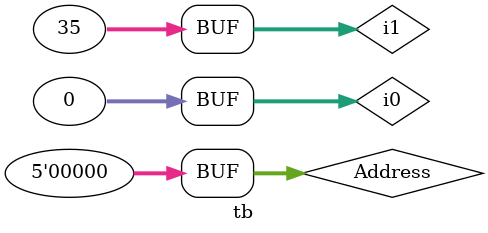
<source format=v>
`timescale 1 ns / 1 ps
module tb;
    reg [4:0] Address = 5'b0;
    wire [7:0] Q;

    integer i0 = 0, i1 = 0;

    GSR GSR_INST (.GSR(1'b1));
    PUR PUR_INST (.PUR(1'b1));

    decoderRom u1 (.Address(Address), .Q(Q)
    );

    initial
    begin
       Address <= 0;
      #100;
      #10;
      for (i1 = 0; i1 < 35; i1 = i1 + 1) begin
        #10;
         Address <= Address + 1'b1;
      end
    end
endmodule
</source>
